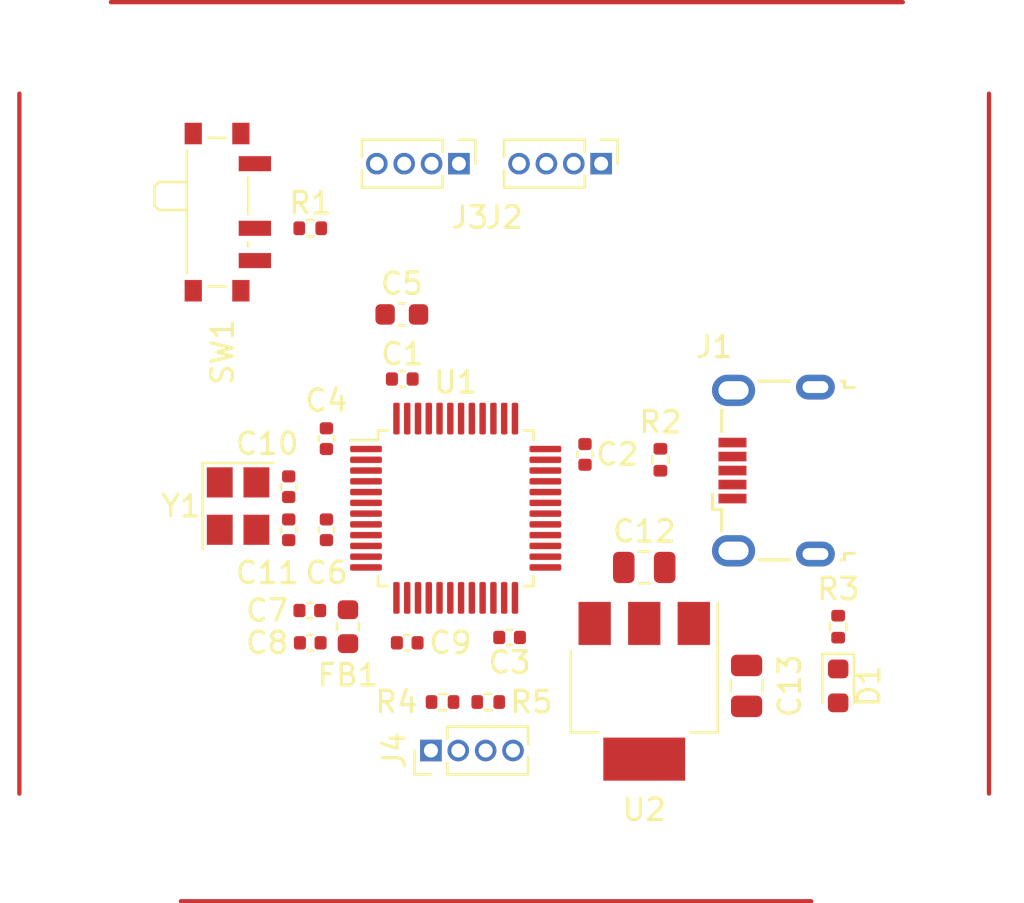
<source format=kicad_pcb>
(kicad_pcb (version 20221018) (generator pcbnew)
  (layers (0 "F.Cu" signal) (31 "B.Cu" signal) (34 "B.Paste" user) (35 "F.Paste" user) (36 "B.SilkS" user "B.Silkscreen") (37 "F.SilkS" user "F.Silkscreen") (38 "B.Mask" user) (39 "F.Mask" user) (44 "Edge.Cuts" user))
  (net 0 "")
  (net 1 "+3.3V")
  (net 2 "GND")
  (net 3 "+3.3VA")
  (net 4 "/NRST")
  (net 5 "/HSE_IN")
  (net 6 "/HSE_OUT")
  (net 7 "VBUS")
  (net 8 "/PWR_LED_K")
  (net 9 "/USB_D-")
  (net 10 "/USB_D+")
  (net 13 "/SWDIO")
  (net 14 "/SWCLK")
  (net 15 "/USART1_TX")
  (net 16 "/USART1_RX")
  (net 17 "/I2C2_SCL")
  (net 18 "/I2C2_SDA")
  (net 19 "/SW_BOOT0")
  (net 20 "/BOOT0")
  (footprint "Resistor_SMD:R_0402_1005Metric" (layer "F.Cu") (at 113 67.25 90)
    (fp_text reference "R3" (at 1.75 0 180) (layer "F.SilkS"))
    (fp_text value "1k5")
    (fp_line (start -0.153641 -0.38) (end 0.153641 -0.38) (stroke (width 0.12)) (layer "F.SilkS"))
    (fp_line (start -0.153641 0.38) (end 0.153641 0.38) (stroke (width 0.12)) (layer "F.SilkS"))
    (pad "1" smd roundrect (at -0.51 0 90) (size 0.54 0.64) (layers "F.Cu" "F.Paste" "F.Mask") (net 8 "/PWR_LED_K"))
    (pad "2" smd roundrect (at 0.51 0 90) (size 0.54 0.64) (layers "F.Cu" "F.Paste" "F.Mask") (net 2 "GND"))
  )
  (footprint "LED_SMD:LED_0603_1608Metric" (layer "F.Cu") (at 113 70 -90)
    (fp_text reference "D1" (at 0 -1.43 90) (layer "F.SilkS"))
    (fp_text value "RED")
    (fp_line (start -1.485 -0.735) (end -1.485 0.735) (stroke (width 0.12)) (layer "F.SilkS"))
    (fp_line (start -1.485 0.735) (end 0.8 0.735) (stroke (width 0.12)) (layer "F.SilkS"))
    (fp_line (start 0.8 -0.735) (end -1.485 -0.735) (stroke (width 0.12)) (layer "F.SilkS"))
    (pad "1" smd roundrect (at -0.7875 0 270) (size 0.875 0.95) (layers "F.Cu" "F.Paste" "F.Mask") (net 8 "/PWR_LED_K"))
    (pad "2" smd roundrect (at 0.7875 0 270) (size 0.875 0.95) (layers "F.Cu" "F.Paste" "F.Mask") (net 1 "+3.3V"))
  )
  (footprint "Crystal:Crystal_SMD_3225-4Pin_3.2x2.5mm" (layer "F.Cu") (at 85.15 61.65 -90)
    (fp_text reference "Y1" (at 0 2.65 -180) (layer "F.SilkS"))
    (fp_text value "16MHz")
    (fp_line (start -2 -1.65) (end -2 1.65) (stroke (width 0.12)) (layer "F.SilkS"))
    (fp_line (start -2 1.65) (end 2 1.65) (stroke (width 0.12)) (layer "F.SilkS"))
    (pad "1" smd rect (at -1.1 0.85 270) (size 1.4 1.2) (layers "F.Cu" "F.Paste" "F.Mask") (net 5 "/HSE_IN"))
    (pad "2" smd rect (at 1.1 0.85 270) (size 1.4 1.2) (layers "F.Cu" "F.Paste" "F.Mask") (net 2 "GND"))
    (pad "3" smd rect (at 1.1 -0.85 270) (size 1.4 1.2) (layers "F.Cu" "F.Paste" "F.Mask") (net 6 "/HSE_OUT"))
    (pad "4" smd rect (at -1.1 -0.85 270) (size 1.4 1.2) (layers "F.Cu" "F.Paste" "F.Mask") (net 2 "GND"))
  )
  (footprint "Capacitor_SMD:C_0402_1005Metric" (layer "F.Cu") (at 89.25 58.52 90)
    (fp_text reference "C4" (at 1.77 0 180) (layer "F.SilkS"))
    (fp_text value "100n")
    (fp_line (start -0.107836 -0.36) (end 0.107836 -0.36) (stroke (width 0.12)) (layer "F.SilkS"))
    (fp_line (start -0.107836 0.36) (end 0.107836 0.36) (stroke (width 0.12)) (layer "F.SilkS"))
    (pad "1" smd roundrect (at -0.48 0 90) (size 0.56 0.62) (layers "F.Cu" "F.Paste" "F.Mask") (net 1 "+3.3V"))
    (pad "2" smd roundrect (at 0.48 0 90) (size 0.56 0.62) (layers "F.Cu" "F.Paste" "F.Mask") (net 2 "GND"))
  )
  (footprint "Connector_USB:USB_Micro-B_Wuerth_629105150521" (layer "F.Cu") (at 109.995 60 90)
    (fp_text reference "J1" (at 5.75 -2.745 180) (layer "F.SilkS"))
    (fp_text value "USB_B_Micro")
    (fp_line (start -4.15 -0.65) (end -4.15 0.75) (stroke (width 0.15)) (layer "F.SilkS"))
    (fp_line (start -4.15 3.15) (end -4.15 3.3) (stroke (width 0.15)) (layer "F.SilkS"))
    (fp_line (start -4.15 3.3) (end -3.85 3.3) (stroke (width 0.15)) (layer "F.SilkS"))
    (fp_line (start -3.85 3.3) (end -3.85 3.75) (stroke (width 0.15)) (layer "F.SilkS"))
    (fp_line (start -1.8 -2.825) (end -1.8 -2.4) (stroke (width 0.15)) (layer "F.SilkS"))
    (fp_line (start -1.8 -2.4) (end -2.8 -2.4) (stroke (width 0.15)) (layer "F.SilkS"))
    (fp_line (start -1.075 -2.825) (end -1.8 -2.825) (stroke (width 0.15)) (layer "F.SilkS"))
    (fp_line (start 1.8 -2.4) (end 2.8 -2.4) (stroke (width 0.15)) (layer "F.SilkS"))
    (fp_line (start 3.85 3.3) (end 4.15 3.3) (stroke (width 0.15)) (layer "F.SilkS"))
    (fp_line (start 3.85 3.75) (end 3.85 3.3) (stroke (width 0.15)) (layer "F.SilkS"))
    (fp_line (start 4.15 0.75) (end 4.15 -0.65) (stroke (width 0.15)) (layer "F.SilkS"))
    (fp_line (start 4.15 3.3) (end 4.15 3.15) (stroke (width 0.15)) (layer "F.SilkS"))
    (pad "" np_thru_hole oval (at -2.5 -0.8 90) (size 0.8 0.8) (drill 0.8) (layers "*.Cu" "*.Mask"))
    (pad "" np_thru_hole oval (at 2.5 -0.8 90) (size 0.8 0.8) (drill 0.8) (layers "*.Cu" "*.Mask"))
    (pad "1" smd rect (at -1.3 -1.9 90) (size 0.45 1.3) (layers "F.Cu" "F.Paste" "F.Mask") (net 7 "VBUS"))
    (pad "2" smd rect (at -0.65 -1.9 90) (size 0.45 1.3) (layers "F.Cu" "F.Paste" "F.Mask") (net 9 "/USB_D-"))
    (pad "3" smd rect (at 0 -1.9 90) (size 0.45 1.3) (layers "F.Cu" "F.Paste" "F.Mask") (net 10 "/USB_D+"))
    (pad "4" smd rect (at 0.65 -1.9 90) (size 0.45 1.3) (layers "F.Cu" "F.Paste" "F.Mask"))
    (pad "5" smd rect (at 1.3 -1.9 90) (size 0.45 1.3) (layers "F.Cu" "F.Paste" "F.Mask") (net 2 "GND"))
    (pad "6" thru_hole oval (at -3.875 1.95 90) (size 1.15 1.8) (drill oval 0.55 1.2) (layers "*.Cu" "*.Mask"))
    (pad "6" thru_hole oval (at -3.725 -1.85 90) (size 1.45 2) (drill oval 0.85 1.4) (layers "*.Cu" "*.Mask"))
    (pad "6" thru_hole oval (at 3.725 -1.85 90) (size 1.45 2) (drill oval 0.85 1.4) (layers "*.Cu" "*.Mask"))
    (pad "6" thru_hole oval (at 3.875 1.95 90) (size 1.15 1.8) (drill oval 0.55 1.2) (layers "*.Cu" "*.Mask"))
  )
  (footprint "Package_TO_SOT_SMD:SOT-223-3_TabPin2" (layer "F.Cu") (at 104 70.25 -90)
    (fp_text reference "U2" (at 5.5 0 -180) (layer "F.SilkS"))
    (fp_text value "AMS1117-3.3")
    (fp_line (start -4.1 -3.41) (end 1.91 -3.41) (stroke (width 0.12)) (layer "F.SilkS"))
    (fp_line (start -1.85 3.41) (end 1.91 3.41) (stroke (width 0.12)) (layer "F.SilkS"))
    (fp_line (start 1.91 -3.41) (end 1.91 -2.15) (stroke (width 0.12)) (layer "F.SilkS"))
    (fp_line (start 1.91 3.41) (end 1.91 2.15) (stroke (width 0.12)) (layer "F.SilkS"))
    (pad "1" smd rect (at -3.15 -2.3 270) (size 2 1.5) (layers "F.Cu" "F.Paste" "F.Mask") (net 2 "GND"))
    (pad "2" smd rect (at -3.15 0 270) (size 2 1.5) (layers "F.Cu" "F.Paste" "F.Mask") (net 1 "+3.3V"))
    (pad "2" smd rect (at 3.15 0 270) (size 2 3.8) (layers "F.Cu" "F.Paste" "F.Mask") (net 1 "+3.3V"))
    (pad "3" smd rect (at -3.15 2.3 270) (size 2 1.5) (layers "F.Cu" "F.Paste" "F.Mask") (net 7 "VBUS"))
  )
  (footprint "MountingHole:MountingHole_2.2mm_M2" (layer "F.Cu") (at 116 42.5)
    (fp_text reference "H2")
    (fp_text value "MountingHole")
    (pad "" np_thru_hole circle (at 0 0) (size 2.2 2.2) (drill 2.2) (layers "*.Cu" "*.Mask"))
  )
  (footprint "Resistor_SMD:R_0402_1005Metric" (layer "F.Cu") (at 94.64 70.75 180)
    (fp_text reference "R4" (at 2.14 0) (layer "F.SilkS"))
    (fp_text value "1k5")
    (fp_line (start -0.153641 -0.38) (end 0.153641 -0.38) (stroke (width 0.12)) (layer "F.SilkS"))
    (fp_line (start -0.153641 0.38) (end 0.153641 0.38) (stroke (width 0.12)) (layer "F.SilkS"))
    (pad "1" smd roundrect (at -0.51 0 180) (size 0.54 0.64) (layers "F.Cu" "F.Paste" "F.Mask") (net 1 "+3.3V"))
    (pad "2" smd roundrect (at 0.51 0 180) (size 0.54 0.64) (layers "F.Cu" "F.Paste" "F.Mask") (net 17 "/I2C2_SCL"))
  )
  (footprint "Connector_PinHeader_1.27mm:PinHeader_1x04_P1.27mm_Vertical" (layer "F.Cu") (at 95.4 45.75 -90)
    (fp_text reference "J3" (at 2.5 -0.5 -180) (layer "F.SilkS"))
    (fp_text value "Conn_01x04_Pin")
    (fp_line (start -1.11 -0.76) (end 0 -0.76) (stroke (width 0.12)) (layer "F.SilkS"))
    (fp_line (start -1.11 0) (end -1.11 -0.76) (stroke (width 0.12)) (layer "F.SilkS"))
    (fp_line (start -1.11 0.76) (end -1.11 4.505) (stroke (width 0.12)) (layer "F.SilkS"))
    (fp_line (start -1.11 0.76) (end -0.563471 0.76) (stroke (width 0.12)) (layer "F.SilkS"))
    (fp_line (start -1.11 4.505) (end -0.30753 4.505) (stroke (width 0.12)) (layer "F.SilkS"))
    (fp_line (start 0.30753 4.505) (end 1.11 4.505) (stroke (width 0.12)) (layer "F.SilkS"))
    (fp_line (start 0.563471 0.76) (end 1.11 0.76) (stroke (width 0.12)) (layer "F.SilkS"))
    (fp_line (start 1.11 0.76) (end 1.11 4.505) (stroke (width 0.12)) (layer "F.SilkS"))
    (pad "1" thru_hole rect (at 0 0 270) (size 1 1) (drill 0.65) (layers "*.Cu" "*.Mask") (net 1 "+3.3V"))
    (pad "2" thru_hole oval (at 0 1.27 270) (size 1 1) (drill 0.65) (layers "*.Cu" "*.Mask") (net 15 "/USART1_TX"))
    (pad "3" thru_hole oval (at 0 2.54 270) (size 1 1) (drill 0.65) (layers "*.Cu" "*.Mask") (net 16 "/USART1_RX"))
    (pad "4" thru_hole oval (at 0 3.81 270) (size 1 1) (drill 0.65) (layers "*.Cu" "*.Mask") (net 2 "GND"))
  )
  (footprint "Capacitor_SMD:C_0402_1005Metric" (layer "F.Cu") (at 97.75 67.75 180)
    (fp_text reference "C3" (at 0 -1.16) (layer "F.SilkS"))
    (fp_text value "100n")
    (fp_line (start -0.107836 -0.36) (end 0.107836 -0.36) (stroke (width 0.12)) (layer "F.SilkS"))
    (fp_line (start -0.107836 0.36) (end 0.107836 0.36) (stroke (width 0.12)) (layer "F.SilkS"))
    (pad "1" smd roundrect (at -0.48 0 180) (size 0.56 0.62) (layers "F.Cu" "F.Paste" "F.Mask") (net 1 "+3.3V"))
    (pad "2" smd roundrect (at 0.48 0 180) (size 0.56 0.62) (layers "F.Cu" "F.Paste" "F.Mask") (net 2 "GND"))
  )
  (footprint "Resistor_SMD:R_0402_1005Metric" (layer "F.Cu") (at 104.75 59.5 -90)
    (fp_text reference "R2" (at -1.75 0 -180) (layer "F.SilkS"))
    (fp_text value "1k5")
    (fp_line (start -0.153641 -0.38) (end 0.153641 -0.38) (stroke (width 0.12)) (layer "F.SilkS"))
    (fp_line (start -0.153641 0.38) (end 0.153641 0.38) (stroke (width 0.12)) (layer "F.SilkS"))
    (pad "1" smd roundrect (at -0.51 0 270) (size 0.54 0.64) (layers "F.Cu" "F.Paste" "F.Mask") (net 1 "+3.3V"))
    (pad "2" smd roundrect (at 0.51 0 270) (size 0.54 0.64) (layers "F.Cu" "F.Paste" "F.Mask") (net 10 "/USB_D+"))
  )
  (footprint "Capacitor_SMD:C_0402_1005Metric" (layer "F.Cu") (at 88.5 68 180)
    (fp_text reference "C8" (at 2 0) (layer "F.SilkS"))
    (fp_text value "1u")
    (fp_line (start -0.107836 -0.36) (end 0.107836 -0.36) (stroke (width 0.12)) (layer "F.SilkS"))
    (fp_line (start -0.107836 0.36) (end 0.107836 0.36) (stroke (width 0.12)) (layer "F.SilkS"))
    (pad "1" smd roundrect (at -0.48 0 180) (size 0.56 0.62) (layers "F.Cu" "F.Paste" "F.Mask") (net 1 "+3.3V"))
    (pad "2" smd roundrect (at 0.48 0 180) (size 0.56 0.62) (layers "F.Cu" "F.Paste" "F.Mask") (net 2 "GND"))
  )
  (footprint "Connector_PinHeader_1.27mm:PinHeader_1x04_P1.27mm_Vertical" (layer "F.Cu") (at 94.1 73 90)
    (fp_text reference "J4" (at 0 -1.695 90) (layer "F.SilkS"))
    (fp_text value "Conn_01x04_Pin")
    (fp_line (start -1.11 -0.76) (end 0 -0.76) (stroke (width 0.12)) (layer "F.SilkS"))
    (fp_line (start -1.11 0) (end -1.11 -0.76) (stroke (width 0.12)) (layer "F.SilkS"))
    (fp_line (start -1.11 0.76) (end -1.11 4.505) (stroke (width 0.12)) (layer "F.SilkS"))
    (fp_line (start -1.11 0.76) (end -0.563471 0.76) (stroke (width 0.12)) (layer "F.SilkS"))
    (fp_line (start -1.11 4.505) (end -0.30753 4.505) (stroke (width 0.12)) (layer "F.SilkS"))
    (fp_line (start 0.30753 4.505) (end 1.11 4.505) (stroke (width 0.12)) (layer "F.SilkS"))
    (fp_line (start 0.563471 0.76) (end 1.11 0.76) (stroke (width 0.12)) (layer "F.SilkS"))
    (fp_line (start 1.11 0.76) (end 1.11 4.505) (stroke (width 0.12)) (layer "F.SilkS"))
    (pad "1" thru_hole rect (at 0 0 90) (size 1 1) (drill 0.65) (layers "*.Cu" "*.Mask") (net 1 "+3.3V"))
    (pad "2" thru_hole oval (at 0 1.27 90) (size 1 1) (drill 0.65) (layers "*.Cu" "*.Mask") (net 17 "/I2C2_SCL"))
    (pad "3" thru_hole oval (at 0 2.54 90) (size 1 1) (drill 0.65) (layers "*.Cu" "*.Mask") (net 18 "/I2C2_SDA"))
    (pad "4" thru_hole oval (at 0 3.81 90) (size 1 1) (drill 0.65) (layers "*.Cu" "*.Mask") (net 2 "GND"))
  )
  (footprint "Resistor_SMD:R_0402_1005Metric" (layer "F.Cu") (at 96.76 70.75)
    (fp_text reference "R5" (at 2 0) (layer "F.SilkS"))
    (fp_text value "1k5")
    (fp_line (start -0.153641 -0.38) (end 0.153641 -0.38) (stroke (width 0.12)) (layer "F.SilkS"))
    (fp_line (start -0.153641 0.38) (end 0.153641 0.38) (stroke (width 0.12)) (layer "F.SilkS"))
    (pad "1" smd roundrect (at -0.51 0) (size 0.54 0.64) (layers "F.Cu" "F.Paste" "F.Mask") (net 1 "+3.3V"))
    (pad "2" smd roundrect (at 0.51 0) (size 0.54 0.64) (layers "F.Cu" "F.Paste" "F.Mask") (net 18 "/I2C2_SDA"))
  )
  (footprint "Capacitor_SMD:C_0402_1005Metric" (layer "F.Cu") (at 89.25 62.75 90)
    (fp_text reference "C6" (at -2 0 180) (layer "F.SilkS"))
    (fp_text value "10n")
    (fp_line (start -0.107836 -0.36) (end 0.107836 -0.36) (stroke (width 0.12)) (layer "F.SilkS"))
    (fp_line (start -0.107836 0.36) (end 0.107836 0.36) (stroke (width 0.12)) (layer "F.SilkS"))
    (pad "1" smd roundrect (at -0.48 0 90) (size 0.56 0.62) (layers "F.Cu" "F.Paste" "F.Mask") (net 3 "+3.3VA"))
    (pad "2" smd roundrect (at 0.48 0 90) (size 0.56 0.62) (layers "F.Cu" "F.Paste" "F.Mask") (net 2 "GND"))
  )
  (footprint "Package_QFP:LQFP-48_7x7mm_P0.5mm" (layer "F.Cu") (at 95.25 61.75)
    (fp_text reference "U1" (at 0 -5.85) (layer "F.SilkS"))
    (fp_text value "STM32F103C8T6")
    (fp_line (start -3.61 -3.61) (end -3.61 -3.16) (stroke (width 0.12)) (layer "F.SilkS"))
    (fp_line (start -3.61 -3.16) (end -4.9 -3.16) (stroke (width 0.12)) (layer "F.SilkS"))
    (fp_line (start -3.61 3.61) (end -3.61 3.16) (stroke (width 0.12)) (layer "F.SilkS"))
    (fp_line (start -3.16 -3.61) (end -3.61 -3.61) (stroke (width 0.12)) (layer "F.SilkS"))
    (fp_line (start -3.16 3.61) (end -3.61 3.61) (stroke (width 0.12)) (layer "F.SilkS"))
    (fp_line (start 3.16 -3.61) (end 3.61 -3.61) (stroke (width 0.12)) (layer "F.SilkS"))
    (fp_line (start 3.16 3.61) (end 3.61 3.61) (stroke (width 0.12)) (layer "F.SilkS"))
    (fp_line (start 3.61 -3.61) (end 3.61 -3.16) (stroke (width 0.12)) (layer "F.SilkS"))
    (fp_line (start 3.61 3.61) (end 3.61 3.16) (stroke (width 0.12)) (layer "F.SilkS"))
    (pad "1" smd roundrect (at -4.1625 -2.75) (size 1.475 0.3) (layers "F.Cu" "F.Paste" "F.Mask") (net 1 "+3.3V"))
    (pad "2" smd roundrect (at -4.1625 -2.25) (size 1.475 0.3) (layers "F.Cu" "F.Paste" "F.Mask"))
    (pad "3" smd roundrect (at -4.1625 -1.75) (size 1.475 0.3) (layers "F.Cu" "F.Paste" "F.Mask"))
    (pad "4" smd roundrect (at -4.1625 -1.25) (size 1.475 0.3) (layers "F.Cu" "F.Paste" "F.Mask"))
    (pad "5" smd roundrect (at -4.1625 -0.75) (size 1.475 0.3) (layers "F.Cu" "F.Paste" "F.Mask") (net 5 "/HSE_IN"))
    (pad "6" smd roundrect (at -4.1625 -0.25) (size 1.475 0.3) (layers "F.Cu" "F.Paste" "F.Mask") (net 6 "/HSE_OUT"))
    (pad "7" smd roundrect (at -4.1625 0.25) (size 1.475 0.3) (layers "F.Cu" "F.Paste" "F.Mask") (net 4 "/NRST"))
    (pad "8" smd roundrect (at -4.1625 0.75) (size 1.475 0.3) (layers "F.Cu" "F.Paste" "F.Mask") (net 2 "GND"))
    (pad "9" smd roundrect (at -4.1625 1.25) (size 1.475 0.3) (layers "F.Cu" "F.Paste" "F.Mask") (net 3 "+3.3VA"))
    (pad "10" smd roundrect (at -4.1625 1.75) (size 1.475 0.3) (layers "F.Cu" "F.Paste" "F.Mask"))
    (pad "11" smd roundrect (at -4.1625 2.25) (size 1.475 0.3) (layers "F.Cu" "F.Paste" "F.Mask"))
    (pad "12" smd roundrect (at -4.1625 2.75) (size 1.475 0.3) (layers "F.Cu" "F.Paste" "F.Mask"))
    (pad "13" smd roundrect (at -2.75 4.1625) (size 0.3 1.475) (layers "F.Cu" "F.Paste" "F.Mask"))
    (pad "14" smd roundrect (at -2.25 4.1625) (size 0.3 1.475) (layers "F.Cu" "F.Paste" "F.Mask"))
    (pad "15" smd roundrect (at -1.75 4.1625) (size 0.3 1.475) (layers "F.Cu" "F.Paste" "F.Mask"))
    (pad "16" smd roundrect (at -1.25 4.1625) (size 0.3 1.475) (layers "F.Cu" "F.Paste" "F.Mask"))
    (pad "17" smd roundrect (at -0.75 4.1625) (size 0.3 1.475) (layers "F.Cu" "F.Paste" "F.Mask"))
    (pad "18" smd roundrect (at -0.25 4.1625) (size 0.3 1.475) (layers "F.Cu" "F.Paste" "F.Mask"))
    (pad "19" smd roundrect (at 0.25 4.1625) (size 0.3 1.475) (layers "F.Cu" "F.Paste" "F.Mask"))
    (pad "20" smd roundrect (at 0.75 4.1625) (size 0.3 1.475) (layers "F.Cu" "F.Paste" "F.Mask"))
    (pad "21" smd roundrect (at 1.25 4.1625) (size 0.3 1.475) (layers "F.Cu" "F.Paste" "F.Mask") (net 17 "/I2C2_SCL"))
    (pad "22" smd roundrect (at 1.75 4.1625) (size 0.3 1.475) (layers "F.Cu" "F.Paste" "F.Mask") (net 18 "/I2C2_SDA"))
    (pad "23" smd roundrect (at 2.25 4.1625) (size 0.3 1.475) (layers "F.Cu" "F.Paste" "F.Mask") (net 2 "GND"))
    (pad "24" smd roundrect (at 2.75 4.1625) (size 0.3 1.475) (layers "F.Cu" "F.Paste" "F.Mask") (net 1 "+3.3V"))
    (pad "25" smd roundrect (at 4.1625 2.75) (size 1.475 0.3) (layers "F.Cu" "F.Paste" "F.Mask"))
    (pad "26" smd roundrect (at 4.1625 2.25) (size 1.475 0.3) (layers "F.Cu" "F.Paste" "F.Mask"))
    (pad "27" smd roundrect (at 4.1625 1.75) (size 1.475 0.3) (layers "F.Cu" "F.Paste" "F.Mask"))
    (pad "28" smd roundrect (at 4.1625 1.25) (size 1.475 0.3) (layers "F.Cu" "F.Paste" "F.Mask"))
    (pad "29" smd roundrect (at 4.1625 0.75) (size 1.475 0.3) (layers "F.Cu" "F.Paste" "F.Mask"))
    (pad "30" smd roundrect (at 4.1625 0.25) (size 1.475 0.3) (layers "F.Cu" "F.Paste" "F.Mask"))
    (pad "31" smd roundrect (at 4.1625 -0.25) (size 1.475 0.3) (layers "F.Cu" "F.Paste" "F.Mask"))
    (pad "32" smd roundrect (at 4.1625 -0.75) (size 1.475 0.3) (layers "F.Cu" "F.Paste" "F.Mask") (net 9 "/USB_D-"))
    (pad "33" smd roundrect (at 4.1625 -1.25) (size 1.475 0.3) (layers "F.Cu" "F.Paste" "F.Mask") (net 10 "/USB_D+"))
    (pad "34" smd roundrect (at 4.1625 -1.75) (size 1.475 0.3) (layers "F.Cu" "F.Paste" "F.Mask") (net 13 "/SWDIO"))
    (pad "35" smd roundrect (at 4.1625 -2.25) (size 1.475 0.3) (layers "F.Cu" "F.Paste" "F.Mask") (net 2 "GND"))
    (pad "36" smd roundrect (at 4.1625 -2.75) (size 1.475 0.3) (layers "F.Cu" "F.Paste" "F.Mask") (net 1 "+3.3V"))
    (pad "37" smd roundrect (at 2.75 -4.1625) (size 0.3 1.475) (layers "F.Cu" "F.Paste" "F.Mask") (net 14 "/SWCLK"))
    (pad "38" smd roundrect (at 2.25 -4.1625) (size 0.3 1.475) (layers "F.Cu" "F.Paste" "F.Mask"))
    (pad "39" smd roundrect (at 1.75 -4.1625) (size 0.3 1.475) (layers "F.Cu" "F.Paste" "F.Mask"))
    (pad "40" smd roundrect (at 1.25 -4.1625) (size 0.3 1.475) (layers "F.Cu" "F.Paste" "F.Mask"))
    (pad "41" smd roundrect (at 0.75 -4.1625) (size 0.3 1.475) (layers "F.Cu" "F.Paste" "F.Mask"))
    (pad "42" smd roundrect (at 0.25 -4.1625) (size 0.3 1.475) (layers "F.Cu" "F.Paste" "F.Mask") (net 15 "/USART1_TX"))
    (pad "43" smd roundrect (at -0.25 -4.1625) (size 0.3 1.475) (layers "F.Cu" "F.Paste" "F.Mask") (net 16 "/USART1_RX"))
    (pad "44" smd roundrect (at -0.75 -4.1625) (size 0.3 1.475) (layers "F.Cu" "F.Paste" "F.Mask") (net 20 "/BOOT0"))
    (pad "45" smd roundrect (at -1.25 -4.1625) (size 0.3 1.475) (layers "F.Cu" "F.Paste" "F.Mask"))
    (pad "46" smd roundrect (at -1.75 -4.1625) (size 0.3 1.475) (layers "F.Cu" "F.Paste" "F.Mask"))
    (pad "47" smd roundrect (at -2.25 -4.1625) (size 0.3 1.475) (layers "F.Cu" "F.Paste" "F.Mask") (net 2 "GND"))
    (pad "48" smd roundrect (at -2.75 -4.1625) (size 0.3 1.475) (layers "F.Cu" "F.Paste" "F.Mask") (net 1 "+3.3V"))
  )
  (footprint "MountingHole:MountingHole_2.2mm_M2" (layer "F.Cu") (at 79.25 42.5)
    (fp_text reference "H1")
    (fp_text value "MountingHole")
    (pad "" np_thru_hole circle (at 0 0) (size 2.2 2.2) (drill 2.2) (layers "*.Cu" "*.Mask"))
  )
  (footprint "Capacitor_SMD:C_0805_2012Metric" (layer "F.Cu") (at 104 64.5)
    (fp_text reference "C12" (at 0 -1.68) (layer "F.SilkS"))
    (fp_text value "22u")
    (fp_line (start -0.261252 -0.735) (end 0.261252 -0.735) (stroke (width 0.12)) (layer "F.SilkS"))
    (fp_line (start -0.261252 0.735) (end 0.261252 0.735) (stroke (width 0.12)) (layer "F.SilkS"))
    (pad "1" smd roundrect (at -0.95 0) (size 1 1.45) (layers "F.Cu" "F.Paste" "F.Mask") (net 7 "VBUS"))
    (pad "2" smd roundrect (at 0.95 0) (size 1 1.45) (layers "F.Cu" "F.Paste" "F.Mask") (net 2 "GND"))
  )
  (footprint "Capacitor_SMD:C_0805_2012Metric" (layer "F.Cu") (at 108.75 70 90)
    (fp_text reference "C13" (at 0 2 90) (layer "F.SilkS"))
    (fp_text value "22u")
    (fp_line (start -0.261252 -0.735) (end 0.261252 -0.735) (stroke (width 0.12)) (layer "F.SilkS"))
    (fp_line (start -0.261252 0.735) (end 0.261252 0.735) (stroke (width 0.12)) (layer "F.SilkS"))
    (pad "1" smd roundrect (at -0.95 0 90) (size 1 1.45) (layers "F.Cu" "F.Paste" "F.Mask") (net 1 "+3.3V"))
    (pad "2" smd roundrect (at 0.95 0 90) (size 1 1.45) (layers "F.Cu" "F.Paste" "F.Mask") (net 2 "GND"))
  )
  (footprint "Button_Switch_SMD:SW_SPDT_PCM12" (layer "F.Cu") (at 84.5 48 -90)
    (fp_text reference "SW1" (at 6.5 0.07 90) (layer "F.SilkS"))
    (fp_text value "SW_SPDT")
    (fp_line (start -3.45 -0.07) (end -3.45 0.72) (stroke (width 0.12)) (layer "F.SilkS"))
    (fp_line (start -2.85 1.73) (end 2.85 1.73) (stroke (width 0.12)) (layer "F.SilkS"))
    (fp_line (start -1.6 -1.12) (end 0.1 -1.12) (stroke (width 0.12)) (layer "F.SilkS"))
    (fp_line (start -1.4 1.73) (end -1.4 3.02) (stroke (width 0.12)) (layer "F.SilkS"))
    (fp_line (start -1.4 3.02) (end -1.2 3.23) (stroke (width 0.12)) (layer "F.SilkS"))
    (fp_line (start -1.2 3.23) (end -0.3 3.23) (stroke (width 0.12)) (layer "F.SilkS"))
    (fp_line (start -0.1 3.02) (end -0.3 3.23) (stroke (width 0.12)) (layer "F.SilkS"))
    (fp_line (start -0.1 3.02) (end -0.1 1.73) (stroke (width 0.12)) (layer "F.SilkS"))
    (fp_line (start 1.4 -1.12) (end 1.6 -1.12) (stroke (width 0.12)) (layer "F.SilkS"))
    (fp_line (start 3.45 0.72) (end 3.45 -0.07) (stroke (width 0.12)) (layer "F.SilkS"))
    (pad "" smd rect (at -3.65 -0.78 270) (size 1 0.8) (layers "F.Cu" "F.Paste" "F.Mask"))
    (pad "" smd rect (at -3.65 1.43 270) (size 1 0.8) (layers "F.Cu" "F.Paste" "F.Mask"))
    (pad "" np_thru_hole circle (at -1.5 0.33 270) (size 0.9 0.9) (drill 0.9) (layers "*.Cu" "*.Mask"))
    (pad "" np_thru_hole circle (at 1.5 0.33 270) (size 0.9 0.9) (drill 0.9) (layers "*.Cu" "*.Mask"))
    (pad "" smd rect (at 3.65 -0.78 270) (size 1 0.8) (layers "F.Cu" "F.Paste" "F.Mask"))
    (pad "" smd rect (at 3.65 1.43 270) (size 1 0.8) (layers "F.Cu" "F.Paste" "F.Mask"))
    (pad "1" smd rect (at -2.25 -1.43 270) (size 0.7 1.5) (layers "F.Cu" "F.Paste" "F.Mask") (net 2 "GND"))
    (pad "2" smd rect (at 0.75 -1.43 270) (size 0.7 1.5) (layers "F.Cu" "F.Paste" "F.Mask") (net 19 "/SW_BOOT0"))
    (pad "3" smd rect (at 2.25 -1.43 270) (size 0.7 1.5) (layers "F.Cu" "F.Paste" "F.Mask") (net 1 "+3.3V"))
  )
  (footprint "Capacitor_SMD:C_0603_1608Metric" (layer "F.Cu") (at 92.75 52.75)
    (fp_text reference "C5" (at 0 -1.43) (layer "F.SilkS"))
    (fp_text value "10u")
    (fp_line (start -0.14058 -0.51) (end 0.14058 -0.51) (stroke (width 0.12)) (layer "F.SilkS"))
    (fp_line (start -0.14058 0.51) (end 0.14058 0.51) (stroke (width 0.12)) (layer "F.SilkS"))
    (pad "1" smd roundrect (at -0.775 0) (size 0.9 0.95) (layers "F.Cu" "F.Paste" "F.Mask") (net 1 "+3.3V"))
    (pad "2" smd roundrect (at 0.775 0) (size 0.9 0.95) (layers "F.Cu" "F.Paste" "F.Mask") (net 2 "GND"))
  )
  (footprint "MountingHole:MountingHole_2.2mm_M2" (layer "F.Cu") (at 116.5 75)
    (fp_text reference "H4")
    (fp_text value "MountingHole")
    (pad "" np_thru_hole circle (at 0 0) (size 2.2 2.2) (drill 2.2) (layers "*.Cu" "*.Mask"))
  )
  (footprint "Capacitor_SMD:C_0402_1005Metric" (layer "F.Cu") (at 88.48 66.5 180)
    (fp_text reference "C7" (at 1.98 0) (layer "F.SilkS"))
    (fp_text value "1u")
    (fp_line (start -0.107836 -0.36) (end 0.107836 -0.36) (stroke (width 0.12)) (layer "F.SilkS"))
    (fp_line (start -0.107836 0.36) (end 0.107836 0.36) (stroke (width 0.12)) (layer "F.SilkS"))
    (pad "1" smd roundrect (at -0.48 0 180) (size 0.56 0.62) (layers "F.Cu" "F.Paste" "F.Mask") (net 3 "+3.3VA"))
    (pad "2" smd roundrect (at 0.48 0 180) (size 0.56 0.62) (layers "F.Cu" "F.Paste" "F.Mask") (net 2 "GND"))
  )
  (footprint "Capacitor_SMD:C_0402_1005Metric" (layer "F.Cu") (at 87.5 60.75 90)
    (fp_text reference "C10" (at 2 -1) (layer "F.SilkS"))
    (fp_text value "10p")
    (fp_line (start -0.107836 -0.36) (end 0.107836 -0.36) (stroke (width 0.12)) (layer "F.SilkS"))
    (fp_line (start -0.107836 0.36) (end 0.107836 0.36) (stroke (width 0.12)) (layer "F.SilkS"))
    (pad "1" smd roundrect (at -0.48 0 90) (size 0.56 0.62) (layers "F.Cu" "F.Paste" "F.Mask") (net 5 "/HSE_IN"))
    (pad "2" smd roundrect (at 0.48 0 90) (size 0.56 0.62) (layers "F.Cu" "F.Paste" "F.Mask") (net 2 "GND"))
  )
  (footprint "Inductor_SMD:L_0603_1608Metric" (layer "F.Cu") (at 90.25 67.25 90)
    (fp_text reference "FB1" (at -2.25 0 180) (layer "F.SilkS"))
    (fp_text value "120R")
    (fp_line (start -0.162779 -0.51) (end 0.162779 -0.51) (stroke (width 0.12)) (layer "F.SilkS"))
    (fp_line (start -0.162779 0.51) (end 0.162779 0.51) (stroke (width 0.12)) (layer "F.SilkS"))
    (pad "1" smd roundrect (at -0.7875 0 90) (size 0.875 0.95) (layers "F.Cu" "F.Paste" "F.Mask") (net 1 "+3.3V"))
    (pad "2" smd roundrect (at 0.7875 0 90) (size 0.875 0.95) (layers "F.Cu" "F.Paste" "F.Mask") (net 3 "+3.3VA"))
  )
  (footprint "Capacitor_SMD:C_0402_1005Metric" (layer "F.Cu") (at 92.77 55.75)
    (fp_text reference "C1" (at 0 -1.16) (layer "F.SilkS"))
    (fp_text value "100n")
    (fp_line (start -0.107836 -0.36) (end 0.107836 -0.36) (stroke (width 0.12)) (layer "F.SilkS"))
    (fp_line (start -0.107836 0.36) (end 0.107836 0.36) (stroke (width 0.12)) (layer "F.SilkS"))
    (pad "1" smd roundrect (at -0.48 0) (size 0.56 0.62) (layers "F.Cu" "F.Paste" "F.Mask") (net 1 "+3.3V"))
    (pad "2" smd roundrect (at 0.48 0) (size 0.56 0.62) (layers "F.Cu" "F.Paste" "F.Mask") (net 2 "GND"))
  )
  (footprint "Resistor_SMD:R_0402_1005Metric" (layer "F.Cu") (at 88.5 48.75)
    (fp_text reference "R1" (at 0 -1.17) (layer "F.SilkS"))
    (fp_text value "10k")
    (fp_line (start -0.153641 -0.38) (end 0.153641 -0.38) (stroke (width 0.12)) (layer "F.SilkS"))
    (fp_line (start -0.153641 0.38) (end 0.153641 0.38) (stroke (width 0.12)) (layer "F.SilkS"))
    (pad "1" smd roundrect (at -0.51 0) (size 0.54 0.64) (layers "F.Cu" "F.Paste" "F.Mask") (net 19 "/SW_BOOT0"))
    (pad "2" smd roundrect (at 0.51 0) (size 0.54 0.64) (layers "F.Cu" "F.Paste" "F.Mask") (net 20 "/BOOT0"))
  )
  (footprint "Connector_PinHeader_1.27mm:PinHeader_1x04_P1.27mm_Vertical" (layer "F.Cu") (at 102 45.75 -90)
    (fp_text reference "J2" (at 2.5 4.5 -180) (layer "F.SilkS"))
    (fp_text value "Conn_01x04_Pin")
    (fp_line (start -1.11 -0.76) (end 0 -0.76) (stroke (width 0.12)) (layer "F.SilkS"))
    (fp_line (start -1.11 0) (end -1.11 -0.76) (stroke (width 0.12)) (layer "F.SilkS"))
    (fp_line (start -1.11 0.76) (end -1.11 4.505) (stroke (width 0.12)) (layer "F.SilkS"))
    (fp_line (start -1.11 0.76) (end -0.563471 0.76) (stroke (width 0.12)) (layer "F.SilkS"))
    (fp_line (start -1.11 4.505) (end -0.30753 4.505) (stroke (width 0.12)) (layer "F.SilkS"))
    (fp_line (start 0.30753 4.505) (end 1.11 4.505) (stroke (width 0.12)) (layer "F.SilkS"))
    (fp_line (start 0.563471 0.76) (end 1.11 0.76) (stroke (width 0.12)) (layer "F.SilkS"))
    (fp_line (start 1.11 0.76) (end 1.11 4.505) (stroke (width 0.12)) (layer "F.SilkS"))
    (pad "1" thru_hole rect (at 0 0 270) (size 1 1) (drill 0.65) (layers "*.Cu" "*.Mask") (net 1 "+3.3V"))
    (pad "2" thru_hole oval (at 0 1.27 270) (size 1 1) (drill 0.65) (layers "*.Cu" "*.Mask") (net 13 "/SWDIO"))
    (pad "3" thru_hole oval (at 0 2.54 270) (size 1 1) (drill 0.65) (layers "*.Cu" "*.Mask") (net 14 "/SWCLK"))
    (pad "4" thru_hole oval (at 0 3.81 270) (size 1 1) (drill 0.65) (layers "*.Cu" "*.Mask") (net 2 "GND"))
  )
  (footprint "Capacitor_SMD:C_0402_1005Metric" (layer "F.Cu") (at 87.5 62.75 90)
    (fp_text reference "C11" (at -2 -1 180) (layer "F.SilkS"))
    (fp_text value "10p")
    (fp_line (start -0.107836 -0.36) (end 0.107836 -0.36) (stroke (width 0.12)) (layer "F.SilkS"))
    (fp_line (start -0.107836 0.36) (end 0.107836 0.36) (stroke (width 0.12)) (layer "F.SilkS"))
    (pad "1" smd roundrect (at -0.48 0 90) (size 0.56 0.62) (layers "F.Cu" "F.Paste" "F.Mask") (net 6 "/HSE_OUT"))
    (pad "2" smd roundrect (at 0.48 0 90) (size 0.56 0.62) (layers "F.Cu" "F.Paste" "F.Mask") (net 2 "GND"))
  )
  (footprint "Capacitor_SMD:C_0402_1005Metric" (layer "F.Cu") (at 101.25 59.25 -90)
    (fp_text reference "C2" (at 0 -1.5 -180) (layer "F.SilkS"))
    (fp_text value "100n")
    (fp_line (start -0.107836 -0.36) (end 0.107836 -0.36) (stroke (width 0.12)) (layer "F.SilkS"))
    (fp_line (start -0.107836 0.36) (end 0.107836 0.36) (stroke (width 0.12)) (layer "F.SilkS"))
    (pad "1" smd roundrect (at -0.48 0 270) (size 0.56 0.62) (layers "F.Cu" "F.Paste" "F.Mask") (net 1 "+3.3V"))
    (pad "2" smd roundrect (at 0.48 0 270) (size 0.56 0.62) (layers "F.Cu" "F.Paste" "F.Mask") (net 2 "GND"))
  )
  (footprint "Capacitor_SMD:C_0402_1005Metric" (layer "F.Cu") (at 93 68)
    (fp_text reference "C9" (at 2 0) (layer "F.SilkS"))
    (fp_text value "100n")
    (fp_line (start -0.107836 -0.36) (end 0.107836 -0.36) (stroke (width 0.12)) (layer "F.SilkS"))
    (fp_line (start -0.107836 0.36) (end 0.107836 0.36) (stroke (width 0.12)) (layer "F.SilkS"))
    (pad "1" smd roundrect (at -0.48 0) (size 0.56 0.62) (layers "F.Cu" "F.Paste" "F.Mask") (net 4 "/NRST"))
    (pad "2" smd roundrect (at 0.48 0) (size 0.56 0.62) (layers "F.Cu" "F.Paste" "F.Mask") (net 2 "GND"))
  )
  (footprint "MountingHole:MountingHole_2.2mm_M2" (layer "F.Cu") (at 79.25 75)
    (fp_text reference "H3")
    (fp_text value "MountingHole")
    (pad "" np_thru_hole circle (at 0 0) (size 2.2 2.2) (drill 2.2) (layers "*.Cu" "*.Mask"))
  )
  (gr_line (start 120 75) (end 120 42.5) (stroke (width 0.2)) (layer "F.Cu"))
  (gr_line (start 75 42.5) (end 75 75) (stroke (width 0.2)) (layer "F.Cu"))
  (gr_line (start 82.5 80) (end 111.75 80) (stroke (width 0.2)) (layer "F.Cu"))
  (gr_line (start 116 38.25) (end 79.25 38.25) (stroke (width 0.2)) (layer "F.Cu"))
)
</source>
